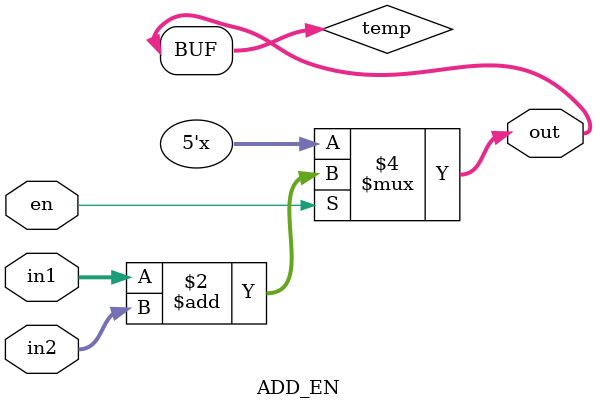
<source format=v>
`timescale 1ns / 1ps

module ADD_EN(input[3:0] in1,in2,
input en,
output [4:0] out
    );
    
    reg[4:0] temp;
    assign out = temp;
    always @ (*)
    begin
        if(en)
        temp = in1+in2;
    end
endmodule

</source>
